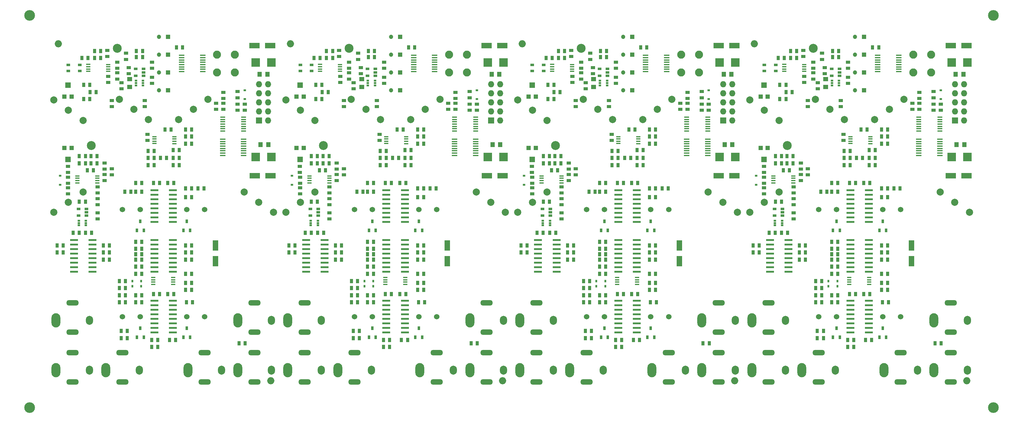
<source format=gbs>
G04 #@! TF.FileFunction,Soldermask,Bot*
%FSLAX46Y46*%
G04 Gerber Fmt 4.6, Leading zero omitted, Abs format (unit mm)*
G04 Created by KiCad (PCBNEW 4.0.2-stable) date 2016-12-05 12:03:52 PM*
%MOMM*%
G01*
G04 APERTURE LIST*
%ADD10C,0.100000*%
%ADD11R,1.143000X0.812800*%
%ADD12R,1.500000X0.450000*%
%ADD13R,0.812800X1.143000*%
%ADD14R,0.762000X0.609600*%
%ADD15R,1.300480X0.400000*%
%ADD16R,1.727200X1.727200*%
%ADD17O,1.727200X1.727200*%
%ADD18R,2.999740X1.600200*%
%ADD19R,1.143000X1.397000*%
%ADD20R,2.397760X2.397760*%
%ADD21R,1.450000X0.450000*%
%ADD22R,0.609600X0.762000*%
%ADD23C,1.524000*%
%ADD24R,0.701040X1.000760*%
%ADD25O,2.000000X2.000000*%
%ADD26R,2.199640X0.599440*%
%ADD27R,1.600200X2.999740*%
%ADD28R,1.060000X0.650000*%
%ADD29R,0.800000X0.500000*%
%ADD30R,1.600000X1.500000*%
%ADD31R,1.200000X1.200000*%
%ADD32C,2.500000*%
%ADD33R,1.397000X1.143000*%
%ADD34R,1.000000X0.800000*%
%ADD35O,2.500000X4.000000*%
%ADD36O,2.000000X2.500000*%
%ADD37O,3.500000X1.500000*%
%ADD38C,1.998980*%
%ADD39C,1.200000*%
%ADD40C,2.250000*%
%ADD41O,3.000000X3.000000*%
G04 APERTURE END LIST*
D10*
D11*
X256250000Y-30350900D03*
X256250000Y-28649100D03*
D12*
X244550000Y-22775000D03*
X244550000Y-22125000D03*
X244550000Y-21475000D03*
X244550000Y-20825000D03*
X244550000Y-20175000D03*
X244550000Y-19525000D03*
X244550000Y-18875000D03*
X244550000Y-18225000D03*
X250450000Y-18225000D03*
X250450000Y-18875000D03*
X250450000Y-19525000D03*
X250450000Y-20175000D03*
X250450000Y-20825000D03*
X250450000Y-21475000D03*
X250450000Y-22125000D03*
X250450000Y-22775000D03*
D11*
X260250000Y-30100900D03*
X260250000Y-28399100D03*
D13*
X243149100Y-16000000D03*
X244850900Y-16000000D03*
D14*
X262250000Y-30494600D03*
X262250000Y-28005400D03*
D11*
X235000000Y-42100900D03*
X235000000Y-40399100D03*
D13*
X236850900Y-45000000D03*
X235149100Y-45000000D03*
X242149100Y-44750000D03*
X243850900Y-44750000D03*
X245649100Y-39000000D03*
X247350900Y-39000000D03*
X247350900Y-41000000D03*
X245649100Y-41000000D03*
X241600900Y-39000000D03*
X239899100Y-39000000D03*
X247350900Y-43000000D03*
X245649100Y-43000000D03*
D15*
X236906000Y-42955400D03*
X236906000Y-42320400D03*
X236906000Y-41660000D03*
X236906000Y-41025000D03*
X242494000Y-41025000D03*
X242494000Y-41672700D03*
X242494000Y-42320400D03*
X242494000Y-42968100D03*
D16*
X266250000Y-36500000D03*
D17*
X268790000Y-36500000D03*
X266250000Y-33960000D03*
X268790000Y-33960000D03*
X266250000Y-31420000D03*
X268790000Y-31420000D03*
X266250000Y-28880000D03*
X268790000Y-28880000D03*
X266250000Y-26340000D03*
X268790000Y-26340000D03*
D18*
X265000360Y-15500000D03*
X269399640Y-15500000D03*
D19*
X266420500Y-23500000D03*
X268579500Y-23500000D03*
D11*
X262250000Y-31899100D03*
X262250000Y-33600900D03*
D20*
X269699640Y-20250000D03*
X265300360Y-20250000D03*
D11*
X254250000Y-31649100D03*
X254250000Y-33350900D03*
D21*
X261950000Y-35550000D03*
X261950000Y-36200000D03*
X261950000Y-36850000D03*
X261950000Y-37500000D03*
X261950000Y-38150000D03*
X261950000Y-38800000D03*
X261950000Y-39450000D03*
X256050000Y-39450000D03*
X256050000Y-38800000D03*
X256050000Y-38150000D03*
X256050000Y-37500000D03*
X256050000Y-36850000D03*
X256050000Y-36200000D03*
X256050000Y-35550000D03*
D12*
X261950000Y-41725000D03*
X261950000Y-42375000D03*
X261950000Y-43025000D03*
X261950000Y-43675000D03*
X261950000Y-44325000D03*
X261950000Y-44975000D03*
X261950000Y-45625000D03*
X261950000Y-46275000D03*
X256050000Y-46275000D03*
X256050000Y-45625000D03*
X256050000Y-44975000D03*
X256050000Y-44325000D03*
X256050000Y-43675000D03*
X256050000Y-43025000D03*
X256050000Y-42375000D03*
X256050000Y-41725000D03*
D19*
X266670500Y-43250000D03*
X268829500Y-43250000D03*
D11*
X256250000Y-31649100D03*
X256250000Y-33350900D03*
X260250000Y-33600900D03*
X260250000Y-31899100D03*
D18*
X269449640Y-52000000D03*
X265050360Y-52000000D03*
D20*
X265300360Y-46750000D03*
X269699640Y-46750000D03*
D22*
X230755400Y-81500000D03*
X233244600Y-81500000D03*
X233244600Y-83000000D03*
X230755400Y-83000000D03*
D13*
X233350900Y-79500000D03*
X231649100Y-79500000D03*
X227149100Y-83500000D03*
X228850900Y-83500000D03*
X233350900Y-85500000D03*
X231649100Y-85500000D03*
X228850900Y-85500000D03*
X227149100Y-85500000D03*
X227149100Y-81500000D03*
X228850900Y-81500000D03*
X245649100Y-79500000D03*
X247350900Y-79500000D03*
D23*
X246000000Y-91500000D03*
X251000000Y-91500000D03*
D24*
X246000000Y-94730000D03*
X245047500Y-97270000D03*
X246952500Y-97270000D03*
D25*
X269500000Y-109500000D03*
D13*
X245899100Y-87500000D03*
X247600900Y-87500000D03*
X262350900Y-99000000D03*
X260649100Y-99000000D03*
X247350900Y-82000000D03*
X245649100Y-82000000D03*
X247350900Y-84000000D03*
X245649100Y-84000000D03*
X236149100Y-100000000D03*
X237850900Y-100000000D03*
X237850900Y-98000000D03*
X236149100Y-98000000D03*
D26*
X242098420Y-87055000D03*
X242098420Y-88325000D03*
X242098420Y-89595000D03*
X242098420Y-90865000D03*
X242098420Y-92135000D03*
X242098420Y-93405000D03*
X242098420Y-94675000D03*
X242098420Y-95945000D03*
X236901580Y-95945000D03*
X236901580Y-94675000D03*
X236901580Y-93405000D03*
X236901580Y-92135000D03*
X236901580Y-90865000D03*
X236901580Y-89595000D03*
X236901580Y-88325000D03*
X236901580Y-87055000D03*
D15*
X236606000Y-82455400D03*
X236606000Y-81820400D03*
X236606000Y-81160000D03*
X236606000Y-80525000D03*
X242194000Y-80525000D03*
X242194000Y-81172700D03*
X242194000Y-81820400D03*
X242194000Y-82468100D03*
D13*
X242350900Y-85200000D03*
X240649100Y-85200000D03*
X236649100Y-85200000D03*
X238350900Y-85200000D03*
X241149100Y-98000000D03*
X242850900Y-98000000D03*
D24*
X233000000Y-94730000D03*
X232047500Y-97270000D03*
X233952500Y-97270000D03*
D13*
X231649100Y-87500000D03*
X233350900Y-87500000D03*
D23*
X233000000Y-91500000D03*
X228000000Y-91500000D03*
D13*
X227149100Y-87500000D03*
X228850900Y-87500000D03*
X227649100Y-95500000D03*
X229350900Y-95500000D03*
X229350900Y-97500000D03*
X227649100Y-97500000D03*
D27*
X254000000Y-75949640D03*
X254000000Y-71550360D03*
D13*
X245649100Y-73500000D03*
X247350900Y-73500000D03*
X245649100Y-71500000D03*
X247350900Y-71500000D03*
X245649100Y-75500000D03*
X247350900Y-75500000D03*
D26*
X236901580Y-78945000D03*
X236901580Y-77675000D03*
X236901580Y-76405000D03*
X236901580Y-75135000D03*
X236901580Y-73865000D03*
X236901580Y-72595000D03*
X236901580Y-71325000D03*
X236901580Y-70055000D03*
X242098420Y-70055000D03*
X242098420Y-71325000D03*
X242098420Y-72595000D03*
X242098420Y-73865000D03*
X242098420Y-75135000D03*
X242098420Y-76405000D03*
X242098420Y-77675000D03*
X242098420Y-78945000D03*
D11*
X225000000Y-51750900D03*
X225000000Y-50049100D03*
D13*
X228649100Y-56500000D03*
X230350900Y-56500000D03*
X233350900Y-56500000D03*
X231649100Y-56500000D03*
D23*
X233000000Y-61500000D03*
X228000000Y-61500000D03*
D11*
X223000000Y-51649100D03*
X223000000Y-53350900D03*
X223000000Y-50100900D03*
X223000000Y-48399100D03*
D13*
X231649100Y-54000000D03*
X233350900Y-54000000D03*
D24*
X233000000Y-64730000D03*
X232047500Y-67270000D03*
X233952500Y-67270000D03*
D13*
X242350900Y-54000000D03*
X240649100Y-54000000D03*
D23*
X246000000Y-61500000D03*
X251000000Y-61500000D03*
D13*
X247350900Y-58000000D03*
X245649100Y-58000000D03*
D26*
X242098420Y-56055000D03*
X242098420Y-57325000D03*
X242098420Y-58595000D03*
X242098420Y-59865000D03*
X242098420Y-61135000D03*
X242098420Y-62405000D03*
X242098420Y-63675000D03*
X242098420Y-64945000D03*
X236901580Y-64945000D03*
X236901580Y-63675000D03*
X236901580Y-62405000D03*
X236901580Y-61135000D03*
X236901580Y-59865000D03*
X236901580Y-58595000D03*
X236901580Y-57325000D03*
X236901580Y-56055000D03*
D13*
X250850900Y-55500000D03*
X249149100Y-55500000D03*
D24*
X246000000Y-64730000D03*
X245047500Y-67270000D03*
X246952500Y-67270000D03*
D13*
X245649100Y-55500000D03*
X247350900Y-55500000D03*
X236649100Y-54000000D03*
X238350900Y-54000000D03*
X242149100Y-47000000D03*
X243850900Y-47000000D03*
X240350900Y-47000000D03*
X238649100Y-47000000D03*
X235149100Y-49000000D03*
X236850900Y-49000000D03*
X243850900Y-49000000D03*
X242149100Y-49000000D03*
X236850900Y-47000000D03*
X235149100Y-47000000D03*
X231649100Y-74000000D03*
X233350900Y-74000000D03*
X233350900Y-70500000D03*
X231649100Y-70500000D03*
X233350900Y-72500000D03*
X231649100Y-72500000D03*
X231649100Y-77500000D03*
X233350900Y-77500000D03*
X233350900Y-75500000D03*
X231649100Y-75500000D03*
D11*
X221000000Y-64100900D03*
X221000000Y-62399100D03*
D13*
X217600900Y-59250000D03*
X215899100Y-59250000D03*
D28*
X217850000Y-61300000D03*
X217850000Y-62250000D03*
X217850000Y-63200000D03*
X215650000Y-63200000D03*
X215650000Y-61300000D03*
D11*
X221000000Y-56850900D03*
X221000000Y-55149100D03*
X212750000Y-55399100D03*
X212750000Y-57100900D03*
X221000000Y-60100900D03*
X221000000Y-58399100D03*
D29*
X217750000Y-64600000D03*
X215750000Y-65250000D03*
X217750000Y-65900000D03*
X217750000Y-65250000D03*
X215750000Y-65900000D03*
X215750000Y-64600000D03*
D13*
X209649100Y-71500000D03*
X211350900Y-71500000D03*
X219350900Y-68000000D03*
X217649100Y-68000000D03*
X211350900Y-73500000D03*
X209649100Y-73500000D03*
X214149100Y-68000000D03*
X215850900Y-68000000D03*
X222649100Y-73500000D03*
X224350900Y-73500000D03*
D26*
X219598420Y-70055000D03*
X219598420Y-71325000D03*
X219598420Y-72595000D03*
X219598420Y-73865000D03*
X219598420Y-75135000D03*
X219598420Y-76405000D03*
X219598420Y-77675000D03*
X219598420Y-78945000D03*
X214401580Y-78945000D03*
X214401580Y-77675000D03*
X214401580Y-76405000D03*
X214401580Y-75135000D03*
X214401580Y-73865000D03*
X214401580Y-72595000D03*
X214401580Y-71325000D03*
X214401580Y-70055000D03*
D13*
X222649100Y-71500000D03*
X224350900Y-71500000D03*
X224350900Y-75500000D03*
X222649100Y-75500000D03*
D11*
X212750000Y-52399100D03*
X212750000Y-54100900D03*
X212700000Y-51050900D03*
X212700000Y-49349100D03*
D30*
X212750000Y-47450000D03*
D31*
X211750000Y-44200000D03*
X213750000Y-44200000D03*
D14*
X210500000Y-52005400D03*
X210500000Y-54494600D03*
D13*
X217600900Y-48500000D03*
X215899100Y-48500000D03*
D32*
X219250000Y-43500000D03*
D13*
X219149100Y-48500000D03*
X220850900Y-48500000D03*
X219149100Y-46500000D03*
X220850900Y-46500000D03*
X218149100Y-50500000D03*
X219850900Y-50500000D03*
D15*
X220944000Y-52044600D03*
X220944000Y-52679600D03*
X220944000Y-53340000D03*
X220944000Y-53975000D03*
X215356000Y-53975000D03*
X215356000Y-53327300D03*
X215356000Y-52679600D03*
X215356000Y-52031900D03*
D13*
X217600900Y-46500000D03*
X215899100Y-46500000D03*
D11*
X226500000Y-20149100D03*
X226500000Y-21850900D03*
X226500000Y-24850900D03*
X226500000Y-23149100D03*
X224000000Y-25850900D03*
X224000000Y-24149100D03*
X227750000Y-27600900D03*
X227750000Y-25899100D03*
X229750000Y-23350900D03*
X229750000Y-21649100D03*
D33*
X230000000Y-24920500D03*
X230000000Y-27079500D03*
D13*
X218850900Y-26500000D03*
X217149100Y-26500000D03*
X218850900Y-30500000D03*
X217149100Y-30500000D03*
D11*
X225000000Y-30899100D03*
X225000000Y-32600900D03*
D13*
X218899100Y-28500000D03*
X220600900Y-28500000D03*
D30*
X212750000Y-26550000D03*
D31*
X213750000Y-29800000D03*
X211750000Y-29800000D03*
D11*
X229000000Y-17649100D03*
X229000000Y-19350900D03*
D13*
X233600900Y-17000000D03*
X231899100Y-17000000D03*
X233600900Y-18750000D03*
X231899100Y-18750000D03*
D11*
X223700000Y-18550900D03*
X223700000Y-16849100D03*
D32*
X226500000Y-16250000D03*
D11*
X234250000Y-30899100D03*
X234250000Y-32600900D03*
D29*
X233750000Y-25350000D03*
X231750000Y-26000000D03*
X233750000Y-26650000D03*
X233750000Y-26000000D03*
X231750000Y-26650000D03*
X231750000Y-25350000D03*
D11*
X236250000Y-26100900D03*
X236250000Y-24399100D03*
X236250000Y-21850900D03*
X236250000Y-20149100D03*
D28*
X233850000Y-22050000D03*
X233850000Y-23000000D03*
X233850000Y-23950000D03*
X231650000Y-23950000D03*
X231650000Y-22050000D03*
D34*
X212800000Y-20900000D03*
X212800000Y-22600000D03*
D13*
X218350900Y-19000000D03*
X216649100Y-19000000D03*
X221850900Y-17000000D03*
X220149100Y-17000000D03*
D25*
X210000000Y-15000000D03*
D13*
X221850900Y-19000000D03*
X220149100Y-19000000D03*
D15*
X223944000Y-20794600D03*
X223944000Y-21429600D03*
X223944000Y-22090000D03*
X223944000Y-22725000D03*
X218356000Y-22725000D03*
X218356000Y-22077300D03*
X218356000Y-21429600D03*
X218356000Y-20781900D03*
D34*
X216000000Y-20900000D03*
X216000000Y-22600000D03*
D13*
X178149100Y-16000000D03*
X179850900Y-16000000D03*
D11*
X171250000Y-26100900D03*
X171250000Y-24399100D03*
D12*
X179550000Y-22775000D03*
X179550000Y-22125000D03*
X179550000Y-21475000D03*
X179550000Y-20825000D03*
X179550000Y-20175000D03*
X179550000Y-19525000D03*
X179550000Y-18875000D03*
X179550000Y-18225000D03*
X185450000Y-18225000D03*
X185450000Y-18875000D03*
X185450000Y-19525000D03*
X185450000Y-20175000D03*
X185450000Y-20825000D03*
X185450000Y-21475000D03*
X185450000Y-22125000D03*
X185450000Y-22775000D03*
D11*
X171250000Y-21850900D03*
X171250000Y-20149100D03*
X195250000Y-30100900D03*
X195250000Y-28399100D03*
D18*
X200000360Y-15500000D03*
X204399640Y-15500000D03*
D20*
X204699640Y-20250000D03*
X200300360Y-20250000D03*
D14*
X197250000Y-30494600D03*
X197250000Y-28005400D03*
D20*
X200300360Y-46750000D03*
X204699640Y-46750000D03*
D16*
X201250000Y-36500000D03*
D17*
X203790000Y-36500000D03*
X201250000Y-33960000D03*
X203790000Y-33960000D03*
X201250000Y-31420000D03*
X203790000Y-31420000D03*
X201250000Y-28880000D03*
X203790000Y-28880000D03*
X201250000Y-26340000D03*
X203790000Y-26340000D03*
D19*
X201420500Y-23500000D03*
X203579500Y-23500000D03*
D18*
X204449640Y-52000000D03*
X200050360Y-52000000D03*
D11*
X191250000Y-30350900D03*
X191250000Y-28649100D03*
X189250000Y-31649100D03*
X189250000Y-33350900D03*
X195250000Y-33600900D03*
X195250000Y-31899100D03*
X197250000Y-31899100D03*
X197250000Y-33600900D03*
D19*
X201670500Y-43250000D03*
X203829500Y-43250000D03*
D21*
X196950000Y-35550000D03*
X196950000Y-36200000D03*
X196950000Y-36850000D03*
X196950000Y-37500000D03*
X196950000Y-38150000D03*
X196950000Y-38800000D03*
X196950000Y-39450000D03*
X191050000Y-39450000D03*
X191050000Y-38800000D03*
X191050000Y-38150000D03*
X191050000Y-37500000D03*
X191050000Y-36850000D03*
X191050000Y-36200000D03*
X191050000Y-35550000D03*
D12*
X196950000Y-41725000D03*
X196950000Y-42375000D03*
X196950000Y-43025000D03*
X196950000Y-43675000D03*
X196950000Y-44325000D03*
X196950000Y-44975000D03*
X196950000Y-45625000D03*
X196950000Y-46275000D03*
X191050000Y-46275000D03*
X191050000Y-45625000D03*
X191050000Y-44975000D03*
X191050000Y-44325000D03*
X191050000Y-43675000D03*
X191050000Y-43025000D03*
X191050000Y-42375000D03*
X191050000Y-41725000D03*
D11*
X191250000Y-31649100D03*
X191250000Y-33350900D03*
D13*
X182350900Y-41000000D03*
X180649100Y-41000000D03*
X180649100Y-39000000D03*
X182350900Y-39000000D03*
X177149100Y-44750000D03*
X178850900Y-44750000D03*
X182350900Y-43000000D03*
X180649100Y-43000000D03*
D27*
X189000000Y-75949640D03*
X189000000Y-71550360D03*
D13*
X180649100Y-73500000D03*
X182350900Y-73500000D03*
X180649100Y-71500000D03*
X182350900Y-71500000D03*
X180649100Y-75500000D03*
X182350900Y-75500000D03*
X180899100Y-87500000D03*
X182600900Y-87500000D03*
X176149100Y-98000000D03*
X177850900Y-98000000D03*
X172850900Y-98000000D03*
X171149100Y-98000000D03*
X171149100Y-100000000D03*
X172850900Y-100000000D03*
D26*
X177098420Y-87055000D03*
X177098420Y-88325000D03*
X177098420Y-89595000D03*
X177098420Y-90865000D03*
X177098420Y-92135000D03*
X177098420Y-93405000D03*
X177098420Y-94675000D03*
X177098420Y-95945000D03*
X171901580Y-95945000D03*
X171901580Y-94675000D03*
X171901580Y-93405000D03*
X171901580Y-92135000D03*
X171901580Y-90865000D03*
X171901580Y-89595000D03*
X171901580Y-88325000D03*
X171901580Y-87055000D03*
D13*
X171649100Y-85200000D03*
X173350900Y-85200000D03*
X177350900Y-85200000D03*
X175649100Y-85200000D03*
D23*
X181000000Y-91500000D03*
X186000000Y-91500000D03*
D24*
X181000000Y-94730000D03*
X180047500Y-97270000D03*
X181952500Y-97270000D03*
D13*
X197350900Y-99000000D03*
X195649100Y-99000000D03*
D25*
X204500000Y-109500000D03*
D13*
X182350900Y-84000000D03*
X180649100Y-84000000D03*
X182350900Y-82000000D03*
X180649100Y-82000000D03*
X180649100Y-79500000D03*
X182350900Y-79500000D03*
D15*
X171606000Y-82455400D03*
X171606000Y-81820400D03*
X171606000Y-81160000D03*
X171606000Y-80525000D03*
X177194000Y-80525000D03*
X177194000Y-81172700D03*
X177194000Y-81820400D03*
X177194000Y-82468100D03*
D26*
X171901580Y-78945000D03*
X171901580Y-77675000D03*
X171901580Y-76405000D03*
X171901580Y-75135000D03*
X171901580Y-73865000D03*
X171901580Y-72595000D03*
X171901580Y-71325000D03*
X171901580Y-70055000D03*
X177098420Y-70055000D03*
X177098420Y-71325000D03*
X177098420Y-72595000D03*
X177098420Y-73865000D03*
X177098420Y-75135000D03*
X177098420Y-76405000D03*
X177098420Y-77675000D03*
X177098420Y-78945000D03*
D13*
X168350900Y-72500000D03*
X166649100Y-72500000D03*
X166649100Y-74000000D03*
X168350900Y-74000000D03*
X168350900Y-75500000D03*
X166649100Y-75500000D03*
X168350900Y-70500000D03*
X166649100Y-70500000D03*
X166649100Y-77500000D03*
X168350900Y-77500000D03*
X163850900Y-85500000D03*
X162149100Y-85500000D03*
X162149100Y-81500000D03*
X163850900Y-81500000D03*
X162149100Y-87500000D03*
X163850900Y-87500000D03*
X162149100Y-83500000D03*
X163850900Y-83500000D03*
X164350900Y-97500000D03*
X162649100Y-97500000D03*
X162649100Y-95500000D03*
X164350900Y-95500000D03*
D23*
X168000000Y-91500000D03*
X163000000Y-91500000D03*
D24*
X168000000Y-94730000D03*
X167047500Y-97270000D03*
X168952500Y-97270000D03*
D22*
X168244600Y-83000000D03*
X165755400Y-83000000D03*
D13*
X166649100Y-87500000D03*
X168350900Y-87500000D03*
X168350900Y-85500000D03*
X166649100Y-85500000D03*
X168350900Y-79500000D03*
X166649100Y-79500000D03*
D22*
X165755400Y-81500000D03*
X168244600Y-81500000D03*
D13*
X144649100Y-71500000D03*
X146350900Y-71500000D03*
X146350900Y-73500000D03*
X144649100Y-73500000D03*
X149149100Y-68000000D03*
X150850900Y-68000000D03*
X159350900Y-75500000D03*
X157649100Y-75500000D03*
X157649100Y-73500000D03*
X159350900Y-73500000D03*
X157649100Y-71500000D03*
X159350900Y-71500000D03*
X154350900Y-68000000D03*
X152649100Y-68000000D03*
D26*
X154598420Y-70055000D03*
X154598420Y-71325000D03*
X154598420Y-72595000D03*
X154598420Y-73865000D03*
X154598420Y-75135000D03*
X154598420Y-76405000D03*
X154598420Y-77675000D03*
X154598420Y-78945000D03*
X149401580Y-78945000D03*
X149401580Y-77675000D03*
X149401580Y-76405000D03*
X149401580Y-75135000D03*
X149401580Y-73865000D03*
X149401580Y-72595000D03*
X149401580Y-71325000D03*
X149401580Y-70055000D03*
D14*
X145500000Y-52005400D03*
X145500000Y-54494600D03*
D11*
X147750000Y-52399100D03*
X147750000Y-54100900D03*
X147750000Y-55399100D03*
X147750000Y-57100900D03*
X147700000Y-51050900D03*
X147700000Y-49349100D03*
X158000000Y-50100900D03*
X158000000Y-48399100D03*
X160000000Y-51750900D03*
X160000000Y-50049100D03*
D15*
X155944000Y-52044600D03*
X155944000Y-52679600D03*
X155944000Y-53340000D03*
X155944000Y-53975000D03*
X150356000Y-53975000D03*
X150356000Y-53327300D03*
X150356000Y-52679600D03*
X150356000Y-52031900D03*
D11*
X158000000Y-51649100D03*
X158000000Y-53350900D03*
D13*
X153149100Y-50500000D03*
X154850900Y-50500000D03*
X152600900Y-48500000D03*
X150899100Y-48500000D03*
D29*
X152750000Y-64600000D03*
X150750000Y-65250000D03*
X152750000Y-65900000D03*
X152750000Y-65250000D03*
X150750000Y-65900000D03*
X150750000Y-64600000D03*
D28*
X152850000Y-61300000D03*
X152850000Y-62250000D03*
X152850000Y-63200000D03*
X150650000Y-63200000D03*
X150650000Y-61300000D03*
D11*
X156000000Y-64100900D03*
X156000000Y-62399100D03*
X156000000Y-56850900D03*
X156000000Y-55149100D03*
X156000000Y-60100900D03*
X156000000Y-58399100D03*
D13*
X152600900Y-59250000D03*
X150899100Y-59250000D03*
X152600900Y-46500000D03*
X150899100Y-46500000D03*
X154149100Y-46500000D03*
X155850900Y-46500000D03*
X154149100Y-48500000D03*
X155850900Y-48500000D03*
D32*
X154250000Y-43500000D03*
D30*
X147750000Y-47450000D03*
D31*
X146750000Y-44200000D03*
X148750000Y-44200000D03*
D30*
X147750000Y-26550000D03*
D31*
X148750000Y-29800000D03*
X146750000Y-29800000D03*
D13*
X153850900Y-26500000D03*
X152149100Y-26500000D03*
X153899100Y-28500000D03*
X155600900Y-28500000D03*
X153850900Y-30500000D03*
X152149100Y-30500000D03*
D25*
X145000000Y-15000000D03*
D34*
X151000000Y-20900000D03*
X151000000Y-22600000D03*
X147800000Y-20900000D03*
X147800000Y-22600000D03*
D13*
X153350900Y-19000000D03*
X151649100Y-19000000D03*
D11*
X161500000Y-20149100D03*
X161500000Y-21850900D03*
D13*
X168600900Y-17000000D03*
X166899100Y-17000000D03*
D32*
X161500000Y-16250000D03*
D11*
X164000000Y-17649100D03*
X164000000Y-19350900D03*
D13*
X168600900Y-18750000D03*
X166899100Y-18750000D03*
D29*
X168750000Y-25350000D03*
X166750000Y-26000000D03*
X168750000Y-26650000D03*
X168750000Y-26000000D03*
X166750000Y-26650000D03*
X166750000Y-25350000D03*
D11*
X164750000Y-23350900D03*
X164750000Y-21649100D03*
D28*
X168850000Y-22050000D03*
X168850000Y-23000000D03*
X168850000Y-23950000D03*
X166650000Y-23950000D03*
X166650000Y-22050000D03*
D11*
X169250000Y-30899100D03*
X169250000Y-32600900D03*
X160000000Y-30899100D03*
X160000000Y-32600900D03*
D33*
X165000000Y-24920500D03*
X165000000Y-27079500D03*
D11*
X162750000Y-27600900D03*
X162750000Y-25899100D03*
X159000000Y-25850900D03*
X159000000Y-24149100D03*
X161500000Y-24850900D03*
X161500000Y-23149100D03*
D15*
X158944000Y-20794600D03*
X158944000Y-21429600D03*
X158944000Y-22090000D03*
X158944000Y-22725000D03*
X153356000Y-22725000D03*
X153356000Y-22077300D03*
X153356000Y-21429600D03*
X153356000Y-20781900D03*
D13*
X156850900Y-17000000D03*
X155149100Y-17000000D03*
X156850900Y-19000000D03*
X155149100Y-19000000D03*
D11*
X158700000Y-18550900D03*
X158700000Y-16849100D03*
D13*
X171850900Y-45000000D03*
X170149100Y-45000000D03*
D15*
X171906000Y-42955400D03*
X171906000Y-42320400D03*
X171906000Y-41660000D03*
X171906000Y-41025000D03*
X177494000Y-41025000D03*
X177494000Y-41672700D03*
X177494000Y-42320400D03*
X177494000Y-42968100D03*
D11*
X170000000Y-42100900D03*
X170000000Y-40399100D03*
D13*
X176600900Y-39000000D03*
X174899100Y-39000000D03*
X177350900Y-54000000D03*
X175649100Y-54000000D03*
X171649100Y-54000000D03*
X173350900Y-54000000D03*
D24*
X181000000Y-64730000D03*
X180047500Y-67270000D03*
X181952500Y-67270000D03*
D13*
X185850900Y-55500000D03*
X184149100Y-55500000D03*
D23*
X181000000Y-61500000D03*
X186000000Y-61500000D03*
D26*
X177098420Y-56055000D03*
X177098420Y-57325000D03*
X177098420Y-58595000D03*
X177098420Y-59865000D03*
X177098420Y-61135000D03*
X177098420Y-62405000D03*
X177098420Y-63675000D03*
X177098420Y-64945000D03*
X171901580Y-64945000D03*
X171901580Y-63675000D03*
X171901580Y-62405000D03*
X171901580Y-61135000D03*
X171901580Y-59865000D03*
X171901580Y-58595000D03*
X171901580Y-57325000D03*
X171901580Y-56055000D03*
D13*
X180649100Y-55500000D03*
X182350900Y-55500000D03*
X182350900Y-58000000D03*
X180649100Y-58000000D03*
X166649100Y-54000000D03*
X168350900Y-54000000D03*
D24*
X168000000Y-64730000D03*
X167047500Y-67270000D03*
X168952500Y-67270000D03*
D13*
X163649100Y-56500000D03*
X165350900Y-56500000D03*
X168350900Y-56500000D03*
X166649100Y-56500000D03*
D23*
X168000000Y-61500000D03*
X163000000Y-61500000D03*
D13*
X170149100Y-49000000D03*
X171850900Y-49000000D03*
X177149100Y-47000000D03*
X178850900Y-47000000D03*
X175350900Y-47000000D03*
X173649100Y-47000000D03*
X178850900Y-49000000D03*
X177149100Y-49000000D03*
X171850900Y-47000000D03*
X170149100Y-47000000D03*
D35*
X246300000Y-106500000D03*
D36*
X255700000Y-106500000D03*
D37*
X251000000Y-101600000D03*
X251000000Y-109800000D03*
D35*
X223300000Y-106500000D03*
D36*
X232700000Y-106500000D03*
D37*
X228000000Y-101600000D03*
X228000000Y-109800000D03*
D35*
X260300000Y-92500000D03*
D36*
X269700000Y-92500000D03*
D37*
X265000000Y-87600000D03*
X265000000Y-95800000D03*
D38*
X266177223Y-59393567D03*
X262081463Y-56525685D03*
X270272983Y-62261449D03*
D35*
X209300000Y-92500000D03*
D36*
X218700000Y-92500000D03*
D37*
X214000000Y-87600000D03*
X214000000Y-95800000D03*
D35*
X260300000Y-106500000D03*
D36*
X269700000Y-106500000D03*
D37*
X265000000Y-101600000D03*
X265000000Y-109800000D03*
D35*
X209300000Y-106500000D03*
D36*
X218700000Y-106500000D03*
D37*
X214000000Y-101600000D03*
X214000000Y-109800000D03*
D38*
X212822777Y-59393567D03*
X208727017Y-62261449D03*
X216918537Y-56525685D03*
X182822777Y-33393567D03*
X178727017Y-36261449D03*
X186918537Y-30525685D03*
D31*
X175770000Y-23000000D03*
D39*
X173230000Y-23000000D03*
D40*
X189500000Y-18000000D03*
X194500000Y-18000000D03*
X194500000Y-23000000D03*
X189500000Y-23000000D03*
D38*
X166177223Y-33393567D03*
X162081463Y-30525685D03*
X170272983Y-36261449D03*
D31*
X240770000Y-18000000D03*
D39*
X238230000Y-18000000D03*
D31*
X240770000Y-28000000D03*
D39*
X238230000Y-28000000D03*
D31*
X240770000Y-23000000D03*
D39*
X238230000Y-23000000D03*
D38*
X247822777Y-33393567D03*
X243727017Y-36261449D03*
X251918537Y-30525685D03*
D40*
X254500000Y-18000000D03*
X259500000Y-18000000D03*
X259500000Y-23000000D03*
X254500000Y-23000000D03*
D31*
X240770000Y-13000000D03*
D39*
X238230000Y-13000000D03*
D38*
X212822777Y-33606433D03*
X216918537Y-36474315D03*
X208727017Y-30738551D03*
X231177223Y-33393567D03*
X227081463Y-30525685D03*
X235272983Y-36261449D03*
D35*
X144300000Y-106500000D03*
D36*
X153700000Y-106500000D03*
D37*
X149000000Y-101600000D03*
X149000000Y-109800000D03*
D35*
X144300000Y-92500000D03*
D36*
X153700000Y-92500000D03*
D37*
X149000000Y-87600000D03*
X149000000Y-95800000D03*
D38*
X147822777Y-59393567D03*
X143727017Y-62261449D03*
X151918537Y-56525685D03*
D35*
X158300000Y-106500000D03*
D36*
X167700000Y-106500000D03*
D37*
X163000000Y-101600000D03*
X163000000Y-109800000D03*
D38*
X201177223Y-59393567D03*
X197081463Y-56525685D03*
X205272983Y-62261449D03*
D35*
X195300000Y-92500000D03*
D36*
X204700000Y-92500000D03*
D37*
X200000000Y-87600000D03*
X200000000Y-95800000D03*
D35*
X181300000Y-106500000D03*
D36*
X190700000Y-106500000D03*
D37*
X186000000Y-101600000D03*
X186000000Y-109800000D03*
D35*
X195300000Y-106500000D03*
D36*
X204700000Y-106500000D03*
D37*
X200000000Y-101600000D03*
X200000000Y-109800000D03*
D31*
X175770000Y-18000000D03*
D39*
X173230000Y-18000000D03*
D31*
X175770000Y-13000000D03*
D39*
X173230000Y-13000000D03*
D31*
X175770000Y-28000000D03*
D39*
X173230000Y-28000000D03*
D38*
X147822777Y-33606433D03*
X151918537Y-36474315D03*
X143727017Y-30738551D03*
D34*
X86000000Y-20900000D03*
X86000000Y-22600000D03*
X82800000Y-20900000D03*
X82800000Y-22600000D03*
D11*
X94000000Y-25850900D03*
X94000000Y-24149100D03*
X95000000Y-30899100D03*
X95000000Y-32600900D03*
D13*
X88850900Y-26500000D03*
X87149100Y-26500000D03*
X88899100Y-28500000D03*
X90600900Y-28500000D03*
D30*
X82750000Y-26550000D03*
D31*
X83750000Y-29800000D03*
X81750000Y-29800000D03*
D13*
X88850900Y-30500000D03*
X87149100Y-30500000D03*
D11*
X104250000Y-30899100D03*
X104250000Y-32600900D03*
X96500000Y-24850900D03*
X96500000Y-23149100D03*
D28*
X103850000Y-22050000D03*
X103850000Y-23000000D03*
X103850000Y-23950000D03*
X101650000Y-23950000D03*
X101650000Y-22050000D03*
D11*
X97750000Y-27600900D03*
X97750000Y-25899100D03*
D33*
X100000000Y-24920500D03*
X100000000Y-27079500D03*
D29*
X103750000Y-25350000D03*
X101750000Y-26000000D03*
X103750000Y-26650000D03*
X103750000Y-26000000D03*
X101750000Y-26650000D03*
X101750000Y-25350000D03*
D13*
X103600900Y-17000000D03*
X101899100Y-17000000D03*
X103600900Y-18750000D03*
X101899100Y-18750000D03*
D11*
X99750000Y-23350900D03*
X99750000Y-21649100D03*
X99000000Y-17649100D03*
X99000000Y-19350900D03*
D25*
X80000000Y-15000000D03*
D13*
X88350900Y-19000000D03*
X86649100Y-19000000D03*
X91850900Y-17000000D03*
X90149100Y-17000000D03*
D11*
X93700000Y-18550900D03*
X93700000Y-16849100D03*
D32*
X96500000Y-16250000D03*
D11*
X96500000Y-20149100D03*
X96500000Y-21850900D03*
D15*
X93944000Y-20794600D03*
X93944000Y-21429600D03*
X93944000Y-22090000D03*
X93944000Y-22725000D03*
X88356000Y-22725000D03*
X88356000Y-22077300D03*
X88356000Y-21429600D03*
X88356000Y-20781900D03*
D13*
X91850900Y-19000000D03*
X90149100Y-19000000D03*
D11*
X106250000Y-21850900D03*
X106250000Y-20149100D03*
X106250000Y-26100900D03*
X106250000Y-24399100D03*
D12*
X114550000Y-22775000D03*
X114550000Y-22125000D03*
X114550000Y-21475000D03*
X114550000Y-20825000D03*
X114550000Y-20175000D03*
X114550000Y-19525000D03*
X114550000Y-18875000D03*
X114550000Y-18225000D03*
X120450000Y-18225000D03*
X120450000Y-18875000D03*
X120450000Y-19525000D03*
X120450000Y-20175000D03*
X120450000Y-20825000D03*
X120450000Y-21475000D03*
X120450000Y-22125000D03*
X120450000Y-22775000D03*
D13*
X113149100Y-16000000D03*
X114850900Y-16000000D03*
D11*
X124250000Y-31649100D03*
X124250000Y-33350900D03*
X126250000Y-30350900D03*
X126250000Y-28649100D03*
X130250000Y-30100900D03*
X130250000Y-28399100D03*
X126250000Y-31649100D03*
X126250000Y-33350900D03*
X130250000Y-33600900D03*
X130250000Y-31899100D03*
D13*
X117350900Y-41000000D03*
X115649100Y-41000000D03*
X112149100Y-44750000D03*
X113850900Y-44750000D03*
X111600900Y-39000000D03*
X109899100Y-39000000D03*
X115649100Y-39000000D03*
X117350900Y-39000000D03*
X117350900Y-43000000D03*
X115649100Y-43000000D03*
D11*
X105000000Y-42100900D03*
X105000000Y-40399100D03*
D15*
X106906000Y-42955400D03*
X106906000Y-42320400D03*
X106906000Y-41660000D03*
X106906000Y-41025000D03*
X112494000Y-41025000D03*
X112494000Y-41672700D03*
X112494000Y-42320400D03*
X112494000Y-42968100D03*
D13*
X106850900Y-45000000D03*
X105149100Y-45000000D03*
D14*
X132250000Y-30494600D03*
X132250000Y-28005400D03*
D11*
X132250000Y-31899100D03*
X132250000Y-33600900D03*
D18*
X135000360Y-15500000D03*
X139399640Y-15500000D03*
D20*
X139699640Y-20250000D03*
X135300360Y-20250000D03*
D19*
X136420500Y-23500000D03*
X138579500Y-23500000D03*
D16*
X136250000Y-36500000D03*
D17*
X138790000Y-36500000D03*
X136250000Y-33960000D03*
X138790000Y-33960000D03*
X136250000Y-31420000D03*
X138790000Y-31420000D03*
X136250000Y-28880000D03*
X138790000Y-28880000D03*
X136250000Y-26340000D03*
X138790000Y-26340000D03*
D18*
X139449640Y-52000000D03*
X135050360Y-52000000D03*
D19*
X136670500Y-43250000D03*
X138829500Y-43250000D03*
D12*
X131950000Y-41725000D03*
X131950000Y-42375000D03*
X131950000Y-43025000D03*
X131950000Y-43675000D03*
X131950000Y-44325000D03*
X131950000Y-44975000D03*
X131950000Y-45625000D03*
X131950000Y-46275000D03*
X126050000Y-46275000D03*
X126050000Y-45625000D03*
X126050000Y-44975000D03*
X126050000Y-44325000D03*
X126050000Y-43675000D03*
X126050000Y-43025000D03*
X126050000Y-42375000D03*
X126050000Y-41725000D03*
D20*
X135300360Y-46750000D03*
X139699640Y-46750000D03*
D21*
X131950000Y-35550000D03*
X131950000Y-36200000D03*
X131950000Y-36850000D03*
X131950000Y-37500000D03*
X131950000Y-38150000D03*
X131950000Y-38800000D03*
X131950000Y-39450000D03*
X126050000Y-39450000D03*
X126050000Y-38800000D03*
X126050000Y-38150000D03*
X126050000Y-37500000D03*
X126050000Y-36850000D03*
X126050000Y-36200000D03*
X126050000Y-35550000D03*
D13*
X117350900Y-84000000D03*
X115649100Y-84000000D03*
X112350900Y-85200000D03*
X110649100Y-85200000D03*
X115649100Y-79500000D03*
X117350900Y-79500000D03*
X106649100Y-85200000D03*
X108350900Y-85200000D03*
X117350900Y-82000000D03*
X115649100Y-82000000D03*
D15*
X106606000Y-82455400D03*
X106606000Y-81820400D03*
X106606000Y-81160000D03*
X106606000Y-80525000D03*
X112194000Y-80525000D03*
X112194000Y-81172700D03*
X112194000Y-81820400D03*
X112194000Y-82468100D03*
D27*
X124000000Y-75949640D03*
X124000000Y-71550360D03*
D13*
X115899100Y-87500000D03*
X117600900Y-87500000D03*
D22*
X100755400Y-81500000D03*
X103244600Y-81500000D03*
D13*
X97149100Y-83500000D03*
X98850900Y-83500000D03*
X103350900Y-79500000D03*
X101649100Y-79500000D03*
X97149100Y-81500000D03*
X98850900Y-81500000D03*
X103350900Y-85500000D03*
X101649100Y-85500000D03*
X98850900Y-85500000D03*
X97149100Y-85500000D03*
D22*
X103244600Y-83000000D03*
X100755400Y-83000000D03*
D24*
X103000000Y-94730000D03*
X102047500Y-97270000D03*
X103952500Y-97270000D03*
D23*
X103000000Y-91500000D03*
X98000000Y-91500000D03*
D13*
X97649100Y-95500000D03*
X99350900Y-95500000D03*
X99350900Y-97500000D03*
X97649100Y-97500000D03*
X97149100Y-87500000D03*
X98850900Y-87500000D03*
X101649100Y-87500000D03*
X103350900Y-87500000D03*
D25*
X139500000Y-109500000D03*
D23*
X116000000Y-91500000D03*
X121000000Y-91500000D03*
D13*
X132350900Y-99000000D03*
X130649100Y-99000000D03*
D24*
X116000000Y-94730000D03*
X115047500Y-97270000D03*
X116952500Y-97270000D03*
D13*
X106149100Y-100000000D03*
X107850900Y-100000000D03*
X107850900Y-98000000D03*
X106149100Y-98000000D03*
D26*
X112098420Y-87055000D03*
X112098420Y-88325000D03*
X112098420Y-89595000D03*
X112098420Y-90865000D03*
X112098420Y-92135000D03*
X112098420Y-93405000D03*
X112098420Y-94675000D03*
X112098420Y-95945000D03*
X106901580Y-95945000D03*
X106901580Y-94675000D03*
X106901580Y-93405000D03*
X106901580Y-92135000D03*
X106901580Y-90865000D03*
X106901580Y-89595000D03*
X106901580Y-88325000D03*
X106901580Y-87055000D03*
D13*
X111149100Y-98000000D03*
X112850900Y-98000000D03*
D11*
X95000000Y-51750900D03*
X95000000Y-50049100D03*
X82700000Y-51050900D03*
X82700000Y-49349100D03*
D13*
X88149100Y-50500000D03*
X89850900Y-50500000D03*
D11*
X93000000Y-51649100D03*
X93000000Y-53350900D03*
X82750000Y-52399100D03*
X82750000Y-54100900D03*
X93000000Y-50100900D03*
X93000000Y-48399100D03*
D15*
X90944000Y-52044600D03*
X90944000Y-52679600D03*
X90944000Y-53340000D03*
X90944000Y-53975000D03*
X85356000Y-53975000D03*
X85356000Y-53327300D03*
X85356000Y-52679600D03*
X85356000Y-52031900D03*
D14*
X80500000Y-52005400D03*
X80500000Y-54494600D03*
D30*
X82750000Y-47450000D03*
D31*
X81750000Y-44200000D03*
X83750000Y-44200000D03*
D13*
X87600900Y-46500000D03*
X85899100Y-46500000D03*
X87600900Y-48500000D03*
X85899100Y-48500000D03*
X89149100Y-48500000D03*
X90850900Y-48500000D03*
X89149100Y-46500000D03*
X90850900Y-46500000D03*
D32*
X89250000Y-43500000D03*
D13*
X79649100Y-71500000D03*
X81350900Y-71500000D03*
X94350900Y-75500000D03*
X92649100Y-75500000D03*
X81350900Y-73500000D03*
X79649100Y-73500000D03*
X84149100Y-68000000D03*
X85850900Y-68000000D03*
X92649100Y-73500000D03*
X94350900Y-73500000D03*
X92649100Y-71500000D03*
X94350900Y-71500000D03*
X89350900Y-68000000D03*
X87649100Y-68000000D03*
D26*
X89598420Y-70055000D03*
X89598420Y-71325000D03*
X89598420Y-72595000D03*
X89598420Y-73865000D03*
X89598420Y-75135000D03*
X89598420Y-76405000D03*
X89598420Y-77675000D03*
X89598420Y-78945000D03*
X84401580Y-78945000D03*
X84401580Y-77675000D03*
X84401580Y-76405000D03*
X84401580Y-75135000D03*
X84401580Y-73865000D03*
X84401580Y-72595000D03*
X84401580Y-71325000D03*
X84401580Y-70055000D03*
D11*
X91000000Y-60100900D03*
X91000000Y-58399100D03*
X91000000Y-64100900D03*
X91000000Y-62399100D03*
D28*
X87850000Y-61300000D03*
X87850000Y-62250000D03*
X87850000Y-63200000D03*
X85650000Y-63200000D03*
X85650000Y-61300000D03*
D29*
X87750000Y-64600000D03*
X85750000Y-65250000D03*
X87750000Y-65900000D03*
X87750000Y-65250000D03*
X85750000Y-65900000D03*
X85750000Y-64600000D03*
D11*
X91000000Y-56850900D03*
X91000000Y-55149100D03*
D13*
X87600900Y-59250000D03*
X85899100Y-59250000D03*
D11*
X82750000Y-55399100D03*
X82750000Y-57100900D03*
D13*
X101649100Y-74000000D03*
X103350900Y-74000000D03*
X115649100Y-73500000D03*
X117350900Y-73500000D03*
X103350900Y-75500000D03*
X101649100Y-75500000D03*
X115649100Y-75500000D03*
X117350900Y-75500000D03*
X101649100Y-77500000D03*
X103350900Y-77500000D03*
X115649100Y-71500000D03*
X117350900Y-71500000D03*
D26*
X106901580Y-78945000D03*
X106901580Y-77675000D03*
X106901580Y-76405000D03*
X106901580Y-75135000D03*
X106901580Y-73865000D03*
X106901580Y-72595000D03*
X106901580Y-71325000D03*
X106901580Y-70055000D03*
X112098420Y-70055000D03*
X112098420Y-71325000D03*
X112098420Y-72595000D03*
X112098420Y-73865000D03*
X112098420Y-75135000D03*
X112098420Y-76405000D03*
X112098420Y-77675000D03*
X112098420Y-78945000D03*
D24*
X116000000Y-64730000D03*
X115047500Y-67270000D03*
X116952500Y-67270000D03*
D13*
X117350900Y-58000000D03*
X115649100Y-58000000D03*
X115649100Y-55500000D03*
X117350900Y-55500000D03*
X120850900Y-55500000D03*
X119149100Y-55500000D03*
D26*
X112098420Y-56055000D03*
X112098420Y-57325000D03*
X112098420Y-58595000D03*
X112098420Y-59865000D03*
X112098420Y-61135000D03*
X112098420Y-62405000D03*
X112098420Y-63675000D03*
X112098420Y-64945000D03*
X106901580Y-64945000D03*
X106901580Y-63675000D03*
X106901580Y-62405000D03*
X106901580Y-61135000D03*
X106901580Y-59865000D03*
X106901580Y-58595000D03*
X106901580Y-57325000D03*
X106901580Y-56055000D03*
D23*
X116000000Y-61500000D03*
X121000000Y-61500000D03*
D24*
X103000000Y-64730000D03*
X102047500Y-67270000D03*
X103952500Y-67270000D03*
D13*
X103350900Y-70500000D03*
X101649100Y-70500000D03*
X101649100Y-54000000D03*
X103350900Y-54000000D03*
X103350900Y-56500000D03*
X101649100Y-56500000D03*
X98649100Y-56500000D03*
X100350900Y-56500000D03*
X103350900Y-72500000D03*
X101649100Y-72500000D03*
D23*
X103000000Y-61500000D03*
X98000000Y-61500000D03*
D13*
X106850900Y-47000000D03*
X105149100Y-47000000D03*
X113850900Y-49000000D03*
X112149100Y-49000000D03*
X110350900Y-47000000D03*
X108649100Y-47000000D03*
X106649100Y-54000000D03*
X108350900Y-54000000D03*
X112350900Y-54000000D03*
X110649100Y-54000000D03*
X105149100Y-49000000D03*
X106850900Y-49000000D03*
X112149100Y-47000000D03*
X113850900Y-47000000D03*
D35*
X130300000Y-106500000D03*
D36*
X139700000Y-106500000D03*
D37*
X135000000Y-101600000D03*
X135000000Y-109800000D03*
D35*
X93300000Y-106500000D03*
D36*
X102700000Y-106500000D03*
D37*
X98000000Y-101600000D03*
X98000000Y-109800000D03*
D35*
X116300000Y-106500000D03*
D36*
X125700000Y-106500000D03*
D37*
X121000000Y-101600000D03*
X121000000Y-109800000D03*
D35*
X130300000Y-92500000D03*
D36*
X139700000Y-92500000D03*
D37*
X135000000Y-87600000D03*
X135000000Y-95800000D03*
D35*
X79300000Y-92500000D03*
D36*
X88700000Y-92500000D03*
D37*
X84000000Y-87600000D03*
X84000000Y-95800000D03*
D35*
X79300000Y-106500000D03*
D36*
X88700000Y-106500000D03*
D37*
X84000000Y-101600000D03*
X84000000Y-109800000D03*
D38*
X136177223Y-59393567D03*
X132081463Y-56525685D03*
X140272983Y-62261449D03*
X82822777Y-59393567D03*
X78727017Y-62261449D03*
X86918537Y-56525685D03*
X117822777Y-33393567D03*
X113727017Y-36261449D03*
X121918537Y-30525685D03*
D40*
X124500000Y-18000000D03*
X129500000Y-18000000D03*
X129500000Y-23000000D03*
X124500000Y-23000000D03*
D38*
X101177223Y-33393567D03*
X97081463Y-30525685D03*
X105272983Y-36261449D03*
X82822777Y-33606433D03*
X86918537Y-36474315D03*
X78727017Y-30738551D03*
D31*
X110770000Y-18000000D03*
D39*
X108230000Y-18000000D03*
D31*
X110770000Y-23000000D03*
D39*
X108230000Y-23000000D03*
D31*
X110770000Y-28000000D03*
D39*
X108230000Y-28000000D03*
D31*
X110770000Y-13000000D03*
D39*
X108230000Y-13000000D03*
D29*
X38750000Y-25350000D03*
X36750000Y-26000000D03*
X38750000Y-26650000D03*
X38750000Y-26000000D03*
X36750000Y-26650000D03*
X36750000Y-25350000D03*
X22750000Y-64600000D03*
X20750000Y-65250000D03*
X22750000Y-65900000D03*
X22750000Y-65250000D03*
X20750000Y-65900000D03*
X20750000Y-64600000D03*
D38*
X17822777Y-33606433D03*
X21918537Y-36474315D03*
X13727017Y-30738551D03*
D40*
X59500000Y-18000000D03*
X64500000Y-18000000D03*
X64500000Y-23000000D03*
X59500000Y-23000000D03*
D32*
X24250000Y-43500000D03*
X31500000Y-16250000D03*
D12*
X49550000Y-22775000D03*
X49550000Y-22125000D03*
X49550000Y-21475000D03*
X49550000Y-20825000D03*
X49550000Y-20175000D03*
X49550000Y-19525000D03*
X49550000Y-18875000D03*
X49550000Y-18225000D03*
X55450000Y-18225000D03*
X55450000Y-18875000D03*
X55450000Y-19525000D03*
X55450000Y-20175000D03*
X55450000Y-20825000D03*
X55450000Y-21475000D03*
X55450000Y-22125000D03*
X55450000Y-22775000D03*
X66950000Y-41725000D03*
X66950000Y-42375000D03*
X66950000Y-43025000D03*
X66950000Y-43675000D03*
X66950000Y-44325000D03*
X66950000Y-44975000D03*
X66950000Y-45625000D03*
X66950000Y-46275000D03*
X61050000Y-46275000D03*
X61050000Y-45625000D03*
X61050000Y-44975000D03*
X61050000Y-44325000D03*
X61050000Y-43675000D03*
X61050000Y-43025000D03*
X61050000Y-42375000D03*
X61050000Y-41725000D03*
D21*
X66950000Y-35550000D03*
X66950000Y-36200000D03*
X66950000Y-36850000D03*
X66950000Y-37500000D03*
X66950000Y-38150000D03*
X66950000Y-38800000D03*
X66950000Y-39450000D03*
X61050000Y-39450000D03*
X61050000Y-38800000D03*
X61050000Y-38150000D03*
X61050000Y-37500000D03*
X61050000Y-36850000D03*
X61050000Y-36200000D03*
X61050000Y-35550000D03*
D26*
X47098420Y-56055000D03*
X47098420Y-57325000D03*
X47098420Y-58595000D03*
X47098420Y-59865000D03*
X47098420Y-61135000D03*
X47098420Y-62405000D03*
X47098420Y-63675000D03*
X47098420Y-64945000D03*
X41901580Y-64945000D03*
X41901580Y-63675000D03*
X41901580Y-62405000D03*
X41901580Y-61135000D03*
X41901580Y-59865000D03*
X41901580Y-58595000D03*
X41901580Y-57325000D03*
X41901580Y-56055000D03*
X24598420Y-70055000D03*
X24598420Y-71325000D03*
X24598420Y-72595000D03*
X24598420Y-73865000D03*
X24598420Y-75135000D03*
X24598420Y-76405000D03*
X24598420Y-77675000D03*
X24598420Y-78945000D03*
X19401580Y-78945000D03*
X19401580Y-77675000D03*
X19401580Y-76405000D03*
X19401580Y-75135000D03*
X19401580Y-73865000D03*
X19401580Y-72595000D03*
X19401580Y-71325000D03*
X19401580Y-70055000D03*
X47098420Y-87055000D03*
X47098420Y-88325000D03*
X47098420Y-89595000D03*
X47098420Y-90865000D03*
X47098420Y-92135000D03*
X47098420Y-93405000D03*
X47098420Y-94675000D03*
X47098420Y-95945000D03*
X41901580Y-95945000D03*
X41901580Y-94675000D03*
X41901580Y-93405000D03*
X41901580Y-92135000D03*
X41901580Y-90865000D03*
X41901580Y-89595000D03*
X41901580Y-88325000D03*
X41901580Y-87055000D03*
X41901580Y-78945000D03*
X41901580Y-77675000D03*
X41901580Y-76405000D03*
X41901580Y-75135000D03*
X41901580Y-73865000D03*
X41901580Y-72595000D03*
X41901580Y-71325000D03*
X41901580Y-70055000D03*
X47098420Y-70055000D03*
X47098420Y-71325000D03*
X47098420Y-72595000D03*
X47098420Y-73865000D03*
X47098420Y-75135000D03*
X47098420Y-76405000D03*
X47098420Y-77675000D03*
X47098420Y-78945000D03*
D33*
X35000000Y-24920500D03*
X35000000Y-27079500D03*
D19*
X71670500Y-43250000D03*
X73829500Y-43250000D03*
X71420500Y-23500000D03*
X73579500Y-23500000D03*
D20*
X74699640Y-20250000D03*
X70300360Y-20250000D03*
X70300360Y-46750000D03*
X74699640Y-46750000D03*
D31*
X45770000Y-28000000D03*
D39*
X43230000Y-28000000D03*
D31*
X45770000Y-23000000D03*
D39*
X43230000Y-23000000D03*
D31*
X45770000Y-18000000D03*
D39*
X43230000Y-18000000D03*
D31*
X45770000Y-13000000D03*
D39*
X43230000Y-13000000D03*
D27*
X59000000Y-75949640D03*
X59000000Y-71550360D03*
D18*
X70000360Y-15500000D03*
X74399640Y-15500000D03*
X74449640Y-52000000D03*
X70050360Y-52000000D03*
D15*
X28944000Y-20794600D03*
X28944000Y-21429600D03*
X28944000Y-22090000D03*
X28944000Y-22725000D03*
X23356000Y-22725000D03*
X23356000Y-22077300D03*
X23356000Y-21429600D03*
X23356000Y-20781900D03*
X25944000Y-52044600D03*
X25944000Y-52679600D03*
X25944000Y-53340000D03*
X25944000Y-53975000D03*
X20356000Y-53975000D03*
X20356000Y-53327300D03*
X20356000Y-52679600D03*
X20356000Y-52031900D03*
X41906000Y-42955400D03*
X41906000Y-42320400D03*
X41906000Y-41660000D03*
X41906000Y-41025000D03*
X47494000Y-41025000D03*
X47494000Y-41672700D03*
X47494000Y-42320400D03*
X47494000Y-42968100D03*
X41606000Y-82455400D03*
X41606000Y-81820400D03*
X41606000Y-81160000D03*
X41606000Y-80525000D03*
X47194000Y-80525000D03*
X47194000Y-81172700D03*
X47194000Y-81820400D03*
X47194000Y-82468100D03*
D28*
X22850000Y-61300000D03*
X22850000Y-62250000D03*
X22850000Y-63200000D03*
X20650000Y-63200000D03*
X20650000Y-61300000D03*
X38850000Y-22050000D03*
X38850000Y-23000000D03*
X38850000Y-23950000D03*
X36650000Y-23950000D03*
X36650000Y-22050000D03*
D30*
X17750000Y-26550000D03*
D31*
X18750000Y-29800000D03*
X16750000Y-29800000D03*
D30*
X17750000Y-47450000D03*
D31*
X16750000Y-44200000D03*
X18750000Y-44200000D03*
D38*
X36177223Y-33393567D03*
X32081463Y-30525685D03*
X40272983Y-36261449D03*
X17822777Y-59393567D03*
X13727017Y-62261449D03*
X21918537Y-56525685D03*
X71177223Y-59393567D03*
X67081463Y-56525685D03*
X75272983Y-62261449D03*
X52822777Y-33393567D03*
X48727017Y-36261449D03*
X56918537Y-30525685D03*
D35*
X14300000Y-106500000D03*
D36*
X23700000Y-106500000D03*
D37*
X19000000Y-101600000D03*
X19000000Y-109800000D03*
D35*
X14300000Y-92500000D03*
D36*
X23700000Y-92500000D03*
D37*
X19000000Y-87600000D03*
X19000000Y-95800000D03*
D35*
X65300000Y-92500000D03*
D36*
X74700000Y-92500000D03*
D37*
X70000000Y-87600000D03*
X70000000Y-95800000D03*
D35*
X51300000Y-106500000D03*
D36*
X60700000Y-106500000D03*
D37*
X56000000Y-101600000D03*
X56000000Y-109800000D03*
D35*
X28300000Y-106500000D03*
D36*
X37700000Y-106500000D03*
D37*
X33000000Y-101600000D03*
X33000000Y-109800000D03*
D35*
X65300000Y-106500000D03*
D36*
X74700000Y-106500000D03*
D37*
X70000000Y-101600000D03*
X70000000Y-109800000D03*
D11*
X30000000Y-30899100D03*
X30000000Y-32600900D03*
X28000000Y-50100900D03*
X28000000Y-48399100D03*
D13*
X23899100Y-28500000D03*
X25600900Y-28500000D03*
D11*
X17750000Y-55399100D03*
X17750000Y-57100900D03*
D13*
X23850900Y-30500000D03*
X22149100Y-30500000D03*
X23850900Y-26500000D03*
X22149100Y-26500000D03*
D11*
X40000000Y-42100900D03*
X40000000Y-40399100D03*
D13*
X40149100Y-49000000D03*
X41850900Y-49000000D03*
X24149100Y-48500000D03*
X25850900Y-48500000D03*
X26850900Y-17000000D03*
X25149100Y-17000000D03*
X22600900Y-48500000D03*
X20899100Y-48500000D03*
X24149100Y-46500000D03*
X25850900Y-46500000D03*
D11*
X31500000Y-20149100D03*
X31500000Y-21850900D03*
D13*
X41850900Y-45000000D03*
X40149100Y-45000000D03*
X22600900Y-46500000D03*
X20899100Y-46500000D03*
D11*
X31500000Y-24850900D03*
X31500000Y-23149100D03*
X32750000Y-27600900D03*
X32750000Y-25899100D03*
D13*
X45350900Y-47000000D03*
X43649100Y-47000000D03*
D11*
X26000000Y-64100900D03*
X26000000Y-62399100D03*
D13*
X22600900Y-59250000D03*
X20899100Y-59250000D03*
X48850900Y-49000000D03*
X47149100Y-49000000D03*
D11*
X34750000Y-23350900D03*
X34750000Y-21649100D03*
D13*
X50649100Y-39000000D03*
X52350900Y-39000000D03*
D11*
X34000000Y-17649100D03*
X34000000Y-19350900D03*
D13*
X52350900Y-43000000D03*
X50649100Y-43000000D03*
D11*
X41250000Y-26100900D03*
X41250000Y-24399100D03*
D13*
X38600900Y-18750000D03*
X36899100Y-18750000D03*
X50649100Y-55500000D03*
X52350900Y-55500000D03*
X52350900Y-58000000D03*
X50649100Y-58000000D03*
X24350900Y-68000000D03*
X22649100Y-68000000D03*
X47350900Y-54000000D03*
X45649100Y-54000000D03*
X33649100Y-56500000D03*
X35350900Y-56500000D03*
X27649100Y-71500000D03*
X29350900Y-71500000D03*
X27649100Y-73500000D03*
X29350900Y-73500000D03*
X29350900Y-75500000D03*
X27649100Y-75500000D03*
X38350900Y-56500000D03*
X36649100Y-56500000D03*
X36649100Y-54000000D03*
X38350900Y-54000000D03*
X41649100Y-54000000D03*
X43350900Y-54000000D03*
X38350900Y-70500000D03*
X36649100Y-70500000D03*
X48149100Y-16000000D03*
X49850900Y-16000000D03*
X38350900Y-72500000D03*
X36649100Y-72500000D03*
X55850900Y-55500000D03*
X54149100Y-55500000D03*
X38350900Y-75500000D03*
X36649100Y-75500000D03*
X33850900Y-85500000D03*
X32149100Y-85500000D03*
X36649100Y-77500000D03*
X38350900Y-77500000D03*
X50649100Y-79500000D03*
X52350900Y-79500000D03*
X38350900Y-85500000D03*
X36649100Y-85500000D03*
X32149100Y-81500000D03*
X33850900Y-81500000D03*
X32649100Y-95500000D03*
X34350900Y-95500000D03*
X52350900Y-82000000D03*
X50649100Y-82000000D03*
X36649100Y-87500000D03*
X38350900Y-87500000D03*
X32149100Y-87500000D03*
X33850900Y-87500000D03*
X67350900Y-99000000D03*
X65649100Y-99000000D03*
X19149100Y-68000000D03*
X20850900Y-68000000D03*
X41649100Y-85200000D03*
X43350900Y-85200000D03*
X34350900Y-97500000D03*
X32649100Y-97500000D03*
D11*
X61250000Y-31649100D03*
X61250000Y-33350900D03*
X65250000Y-33600900D03*
X65250000Y-31899100D03*
D13*
X16350900Y-73500000D03*
X14649100Y-73500000D03*
D11*
X65250000Y-30100900D03*
X65250000Y-28399100D03*
D13*
X14649100Y-71500000D03*
X16350900Y-71500000D03*
X42850900Y-98000000D03*
X41149100Y-98000000D03*
D11*
X61250000Y-30350900D03*
X61250000Y-28649100D03*
D13*
X41149100Y-100000000D03*
X42850900Y-100000000D03*
X47350900Y-85200000D03*
X45649100Y-85200000D03*
X46149100Y-98000000D03*
X47850900Y-98000000D03*
X50649100Y-75500000D03*
X52350900Y-75500000D03*
X50649100Y-71500000D03*
X52350900Y-71500000D03*
X50649100Y-73500000D03*
X52350900Y-73500000D03*
D11*
X28000000Y-51649100D03*
X28000000Y-53350900D03*
X17750000Y-52399100D03*
X17750000Y-54100900D03*
D13*
X23149100Y-50500000D03*
X24850900Y-50500000D03*
X26850900Y-19000000D03*
X25149100Y-19000000D03*
D11*
X29000000Y-25850900D03*
X29000000Y-24149100D03*
X67250000Y-31899100D03*
X67250000Y-33600900D03*
X59250000Y-31649100D03*
X59250000Y-33350900D03*
D13*
X36649100Y-74000000D03*
X38350900Y-74000000D03*
X50899100Y-87500000D03*
X52600900Y-87500000D03*
D11*
X26000000Y-56850900D03*
X26000000Y-55149100D03*
X17700000Y-51050900D03*
X17700000Y-49349100D03*
D13*
X38600900Y-17000000D03*
X36899100Y-17000000D03*
D11*
X39250000Y-30899100D03*
X39250000Y-32600900D03*
D13*
X46600900Y-39000000D03*
X44899100Y-39000000D03*
X47149100Y-44750000D03*
X48850900Y-44750000D03*
X52350900Y-84000000D03*
X50649100Y-84000000D03*
X38350900Y-79500000D03*
X36649100Y-79500000D03*
X32149100Y-83500000D03*
X33850900Y-83500000D03*
D11*
X41250000Y-21850900D03*
X41250000Y-20149100D03*
D13*
X47149100Y-47000000D03*
X48850900Y-47000000D03*
X52350900Y-41000000D03*
X50649100Y-41000000D03*
D11*
X26000000Y-60100900D03*
X26000000Y-58399100D03*
D13*
X41850900Y-47000000D03*
X40149100Y-47000000D03*
X23350900Y-19000000D03*
X21649100Y-19000000D03*
D16*
X71250000Y-36500000D03*
D17*
X73790000Y-36500000D03*
X71250000Y-33960000D03*
X73790000Y-33960000D03*
X71250000Y-31420000D03*
X73790000Y-31420000D03*
X71250000Y-28880000D03*
X73790000Y-28880000D03*
X71250000Y-26340000D03*
X73790000Y-26340000D03*
D23*
X51000000Y-61500000D03*
X56000000Y-61500000D03*
X38000000Y-61500000D03*
X33000000Y-61500000D03*
X38000000Y-91500000D03*
X33000000Y-91500000D03*
X51000000Y-91500000D03*
X56000000Y-91500000D03*
D24*
X51000000Y-94730000D03*
X50047500Y-97270000D03*
X51952500Y-97270000D03*
X38000000Y-94730000D03*
X37047500Y-97270000D03*
X38952500Y-97270000D03*
X38000000Y-64730000D03*
X37047500Y-67270000D03*
X38952500Y-67270000D03*
X51000000Y-64730000D03*
X50047500Y-67270000D03*
X51952500Y-67270000D03*
D14*
X15500000Y-52005400D03*
X15500000Y-54494600D03*
X67250000Y-30494600D03*
X67250000Y-28005400D03*
D22*
X38244600Y-83000000D03*
X35755400Y-83000000D03*
X35755400Y-81500000D03*
X38244600Y-81500000D03*
D11*
X30000000Y-51750900D03*
X30000000Y-50049100D03*
X28700000Y-18550900D03*
X28700000Y-16849100D03*
D25*
X15000000Y-15000000D03*
X74500000Y-109500000D03*
D34*
X17800000Y-20900000D03*
X17800000Y-22600000D03*
X21000000Y-20900000D03*
X21000000Y-22600000D03*
D41*
X7000000Y-7000000D03*
X277000000Y-7000000D03*
X277000000Y-117000000D03*
X7000000Y-117000000D03*
M02*

</source>
